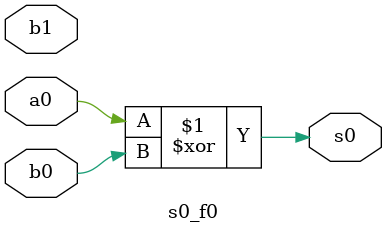
<source format=v>
module s0_f0(a0, b1, b0, s0);
  input a0, b1, b0;
  output s0;
  
  assign s0 = (a0 ^ b0);
endmodule
</source>
